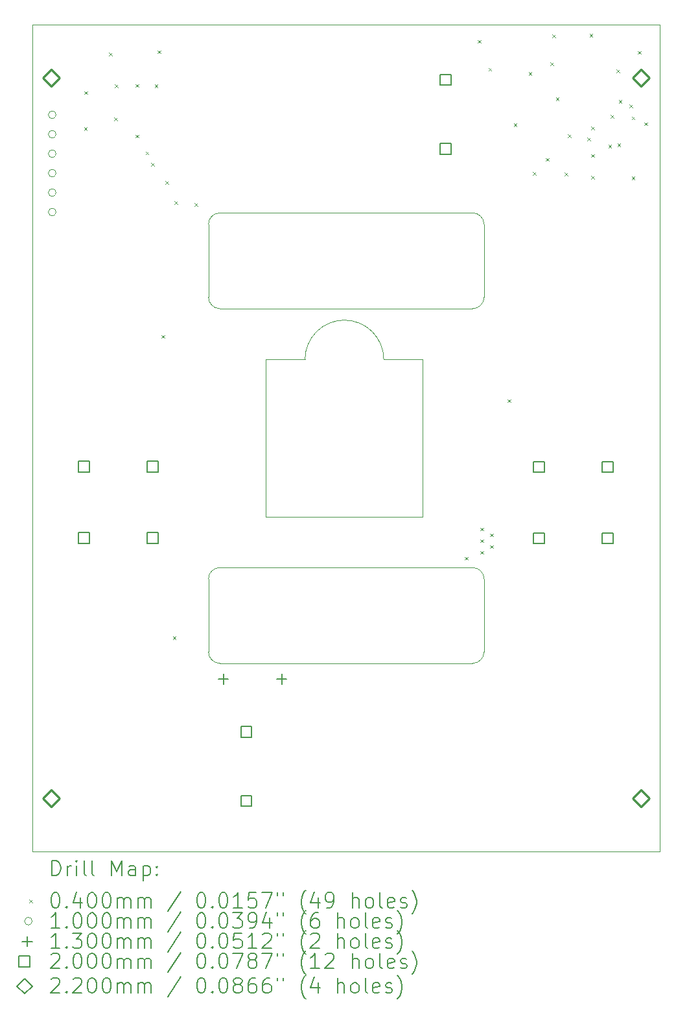
<source format=gbr>
%FSLAX45Y45*%
G04 Gerber Fmt 4.5, Leading zero omitted, Abs format (unit mm)*
G04 Created by KiCad (PCBNEW (6.0.5)) date 2023-01-23 16:51:18*
%MOMM*%
%LPD*%
G01*
G04 APERTURE LIST*
%TA.AperFunction,Profile*%
%ADD10C,0.050000*%
%TD*%
%TA.AperFunction,Profile*%
%ADD11C,0.100000*%
%TD*%
%ADD12C,0.200000*%
%ADD13C,0.040000*%
%ADD14C,0.100000*%
%ADD15C,0.130000*%
%ADD16C,0.220000*%
G04 APERTURE END LIST*
D10*
X10129200Y-14599800D02*
X18329200Y-14599800D01*
D11*
X13179000Y-10224799D02*
X13179000Y-8174799D01*
D10*
X18329200Y-3799800D02*
X10129200Y-3799800D01*
D11*
X13690000Y-8175000D02*
X13179000Y-8174799D01*
X12428923Y-7359767D02*
G75*
G03*
X12578917Y-7509767I149997J-3D01*
G01*
X15880000Y-12140000D02*
G75*
G03*
X16030000Y-11990000I0J150000D01*
G01*
X12578566Y-10890066D02*
G75*
G03*
X12428566Y-11040066I4J-150004D01*
G01*
D10*
X18329200Y-14599800D02*
X18329200Y-3799800D01*
D11*
X16029917Y-6409767D02*
X16029917Y-7359767D01*
X12429000Y-11990000D02*
G75*
G03*
X12579000Y-12140000I150000J0D01*
G01*
X15879917Y-7509767D02*
G75*
G03*
X16029917Y-7359767I3J149997D01*
G01*
X15229000Y-10224799D02*
X15229000Y-8174799D01*
D10*
X10129200Y-14599800D02*
X10129200Y-3799800D01*
D11*
X15879917Y-6259767D02*
X12578483Y-6259833D01*
X14720000Y-8175000D02*
G75*
G03*
X13690000Y-8175000I-515000J205D01*
G01*
X12428917Y-7359767D02*
X12428483Y-6409833D01*
X14720000Y-8175000D02*
X15229000Y-8174799D01*
X12578483Y-6259833D02*
G75*
G03*
X12428483Y-6409833I-3J-149997D01*
G01*
X16029923Y-6409767D02*
G75*
G03*
X15879917Y-6259767I-150003J-3D01*
G01*
X12579000Y-12140000D02*
X15880000Y-12140000D01*
X16030000Y-11040000D02*
G75*
G03*
X15880000Y-10890000I-150000J0D01*
G01*
X13179000Y-10224799D02*
X15229000Y-10224799D01*
X12429000Y-11990000D02*
X12428566Y-11040066D01*
X12578917Y-7509767D02*
X15879917Y-7509767D01*
X15880000Y-10890000D02*
X12578566Y-10890066D01*
X16030000Y-11040000D02*
X16030000Y-11990000D01*
D12*
D13*
X10802800Y-5138800D02*
X10842800Y-5178800D01*
X10842800Y-5138800D02*
X10802800Y-5178800D01*
X10805700Y-4671400D02*
X10845700Y-4711400D01*
X10845700Y-4671400D02*
X10805700Y-4711400D01*
X11130300Y-4168800D02*
X11170300Y-4208800D01*
X11170300Y-4168800D02*
X11130300Y-4208800D01*
X11195300Y-5011300D02*
X11235300Y-5051300D01*
X11235300Y-5011300D02*
X11195300Y-5051300D01*
X11205700Y-4583000D02*
X11245700Y-4623000D01*
X11245700Y-4583000D02*
X11205700Y-4623000D01*
X11477300Y-5239500D02*
X11517300Y-5279500D01*
X11517300Y-5239500D02*
X11477300Y-5279500D01*
X11477450Y-4579250D02*
X11517450Y-4619250D01*
X11517450Y-4579250D02*
X11477450Y-4619250D01*
X11607800Y-5458800D02*
X11647800Y-5498800D01*
X11647800Y-5458800D02*
X11607800Y-5498800D01*
X11680300Y-5606300D02*
X11720300Y-5646300D01*
X11720300Y-5606300D02*
X11680300Y-5646300D01*
X11725700Y-4582000D02*
X11765700Y-4622000D01*
X11765700Y-4582000D02*
X11725700Y-4622000D01*
X11765300Y-4138800D02*
X11805300Y-4178800D01*
X11805300Y-4138800D02*
X11765300Y-4178800D01*
X11816400Y-7854000D02*
X11856400Y-7894000D01*
X11856400Y-7854000D02*
X11816400Y-7894000D01*
X11867800Y-5846300D02*
X11907800Y-5886300D01*
X11907800Y-5846300D02*
X11867800Y-5886300D01*
X11963100Y-11785300D02*
X12003100Y-11825300D01*
X12003100Y-11785300D02*
X11963100Y-11825300D01*
X11982800Y-6108800D02*
X12022800Y-6148800D01*
X12022800Y-6108800D02*
X11982800Y-6148800D01*
X12247800Y-6128800D02*
X12287800Y-6168800D01*
X12287800Y-6128800D02*
X12247800Y-6168800D01*
X15778800Y-10749600D02*
X15818800Y-10789600D01*
X15818800Y-10749600D02*
X15778800Y-10789600D01*
X15944400Y-4003100D02*
X15984400Y-4043100D01*
X15984400Y-4003100D02*
X15944400Y-4043100D01*
X15982000Y-10368600D02*
X16022000Y-10408600D01*
X16022000Y-10368600D02*
X15982000Y-10408600D01*
X15982000Y-10521000D02*
X16022000Y-10561000D01*
X16022000Y-10521000D02*
X15982000Y-10561000D01*
X15982000Y-10673400D02*
X16022000Y-10713400D01*
X16022000Y-10673400D02*
X15982000Y-10713400D01*
X16086900Y-4365600D02*
X16126900Y-4405600D01*
X16126900Y-4365600D02*
X16086900Y-4405600D01*
X16109000Y-10444800D02*
X16149000Y-10484800D01*
X16149000Y-10444800D02*
X16109000Y-10484800D01*
X16109000Y-10597200D02*
X16149000Y-10637200D01*
X16149000Y-10597200D02*
X16109000Y-10637200D01*
X16337600Y-8692200D02*
X16377600Y-8732200D01*
X16377600Y-8692200D02*
X16337600Y-8732200D01*
X16417600Y-5089200D02*
X16457600Y-5129200D01*
X16457600Y-5089200D02*
X16417600Y-5129200D01*
X16611900Y-4420600D02*
X16651900Y-4460600D01*
X16651900Y-4420600D02*
X16611900Y-4460600D01*
X16665600Y-5727300D02*
X16705600Y-5767300D01*
X16705600Y-5727300D02*
X16665600Y-5767300D01*
X16837800Y-5543400D02*
X16877800Y-5583400D01*
X16877800Y-5543400D02*
X16837800Y-5583400D01*
X16894400Y-4295600D02*
X16934400Y-4335600D01*
X16934400Y-4295600D02*
X16894400Y-4335600D01*
X16919400Y-3933100D02*
X16959400Y-3973100D01*
X16959400Y-3933100D02*
X16919400Y-3973100D01*
X16968100Y-4749800D02*
X17008100Y-4789800D01*
X17008100Y-4749800D02*
X16968100Y-4789800D01*
X17084600Y-5735800D02*
X17124600Y-5775800D01*
X17124600Y-5735800D02*
X17084600Y-5775800D01*
X17123600Y-5232800D02*
X17163600Y-5272800D01*
X17163600Y-5232800D02*
X17123600Y-5272800D01*
X17378100Y-5277300D02*
X17418100Y-5317300D01*
X17418100Y-5277300D02*
X17378100Y-5317300D01*
X17408150Y-3920600D02*
X17448150Y-3960600D01*
X17448150Y-3920600D02*
X17408150Y-3960600D01*
X17428100Y-5492300D02*
X17468100Y-5532300D01*
X17468100Y-5492300D02*
X17428100Y-5532300D01*
X17428100Y-5777300D02*
X17468100Y-5817300D01*
X17468100Y-5777300D02*
X17428100Y-5817300D01*
X17430600Y-5134800D02*
X17470600Y-5174800D01*
X17470600Y-5134800D02*
X17430600Y-5174800D01*
X17653100Y-5367300D02*
X17693100Y-5407300D01*
X17693100Y-5367300D02*
X17653100Y-5407300D01*
X17683600Y-4982800D02*
X17723600Y-5022800D01*
X17723600Y-4982800D02*
X17683600Y-5022800D01*
X17758100Y-4384800D02*
X17798100Y-4424800D01*
X17798100Y-4384800D02*
X17758100Y-4424800D01*
X17772600Y-5349800D02*
X17812600Y-5389800D01*
X17812600Y-5349800D02*
X17772600Y-5389800D01*
X17788100Y-4784800D02*
X17828100Y-4824800D01*
X17828100Y-4784800D02*
X17788100Y-4824800D01*
X17930600Y-4847300D02*
X17970600Y-4887300D01*
X17970600Y-4847300D02*
X17930600Y-4887300D01*
X17957800Y-5002000D02*
X17997800Y-5042000D01*
X17997800Y-5002000D02*
X17957800Y-5042000D01*
X17958100Y-5787300D02*
X17998100Y-5827300D01*
X17998100Y-5787300D02*
X17958100Y-5827300D01*
X18039400Y-4145600D02*
X18079400Y-4185600D01*
X18079400Y-4145600D02*
X18039400Y-4185600D01*
X18123100Y-5077300D02*
X18163100Y-5117300D01*
X18163100Y-5077300D02*
X18123100Y-5117300D01*
D14*
X10438600Y-4978400D02*
G75*
G03*
X10438600Y-4978400I-50000J0D01*
G01*
X10438600Y-5232400D02*
G75*
G03*
X10438600Y-5232400I-50000J0D01*
G01*
X10438600Y-5486400D02*
G75*
G03*
X10438600Y-5486400I-50000J0D01*
G01*
X10438600Y-5740400D02*
G75*
G03*
X10438600Y-5740400I-50000J0D01*
G01*
X10438600Y-5994400D02*
G75*
G03*
X10438600Y-5994400I-50000J0D01*
G01*
X10438600Y-6248400D02*
G75*
G03*
X10438600Y-6248400I-50000J0D01*
G01*
D15*
X12623800Y-12279400D02*
X12623800Y-12409400D01*
X12558800Y-12344400D02*
X12688800Y-12344400D01*
X13385800Y-12279400D02*
X13385800Y-12409400D01*
X13320800Y-12344400D02*
X13450800Y-12344400D01*
D12*
X10872911Y-9645911D02*
X10872911Y-9504489D01*
X10731489Y-9504489D01*
X10731489Y-9645911D01*
X10872911Y-9645911D01*
X10872911Y-10576511D02*
X10872911Y-10435089D01*
X10731489Y-10435089D01*
X10731489Y-10576511D01*
X10872911Y-10576511D01*
X11772911Y-9645911D02*
X11772911Y-9504489D01*
X11631489Y-9504489D01*
X11631489Y-9645911D01*
X11772911Y-9645911D01*
X11772911Y-10576511D02*
X11772911Y-10435089D01*
X11631489Y-10435089D01*
X11631489Y-10576511D01*
X11772911Y-10576511D01*
X12994711Y-13108111D02*
X12994711Y-12966689D01*
X12853289Y-12966689D01*
X12853289Y-13108111D01*
X12994711Y-13108111D01*
X12994711Y-14008111D02*
X12994711Y-13866689D01*
X12853289Y-13866689D01*
X12853289Y-14008111D01*
X12994711Y-14008111D01*
X15596711Y-4591711D02*
X15596711Y-4450289D01*
X15455289Y-4450289D01*
X15455289Y-4591711D01*
X15596711Y-4591711D01*
X15596711Y-5491711D02*
X15596711Y-5350289D01*
X15455289Y-5350289D01*
X15455289Y-5491711D01*
X15596711Y-5491711D01*
X16816511Y-9646511D02*
X16816511Y-9505089D01*
X16675089Y-9505089D01*
X16675089Y-9646511D01*
X16816511Y-9646511D01*
X16816511Y-10577311D02*
X16816511Y-10435889D01*
X16675089Y-10435889D01*
X16675089Y-10577311D01*
X16816511Y-10577311D01*
X17716511Y-9646511D02*
X17716511Y-9505089D01*
X17575089Y-9505089D01*
X17575089Y-9646511D01*
X17716511Y-9646511D01*
X17716511Y-10577311D02*
X17716511Y-10435889D01*
X17575089Y-10435889D01*
X17575089Y-10577311D01*
X17716511Y-10577311D01*
D16*
X10379200Y-4609800D02*
X10489200Y-4499800D01*
X10379200Y-4389800D01*
X10269200Y-4499800D01*
X10379200Y-4609800D01*
X10379200Y-14009800D02*
X10489200Y-13899800D01*
X10379200Y-13789800D01*
X10269200Y-13899800D01*
X10379200Y-14009800D01*
X18079200Y-4609800D02*
X18189200Y-4499800D01*
X18079200Y-4389800D01*
X17969200Y-4499800D01*
X18079200Y-4609800D01*
X18079200Y-14009800D02*
X18189200Y-13899800D01*
X18079200Y-13789800D01*
X17969200Y-13899800D01*
X18079200Y-14009800D01*
D12*
X10384319Y-14912776D02*
X10384319Y-14712776D01*
X10431938Y-14712776D01*
X10460510Y-14722300D01*
X10479557Y-14741347D01*
X10489081Y-14760395D01*
X10498605Y-14798490D01*
X10498605Y-14827062D01*
X10489081Y-14865157D01*
X10479557Y-14884204D01*
X10460510Y-14903252D01*
X10431938Y-14912776D01*
X10384319Y-14912776D01*
X10584319Y-14912776D02*
X10584319Y-14779442D01*
X10584319Y-14817538D02*
X10593843Y-14798490D01*
X10603367Y-14788966D01*
X10622414Y-14779442D01*
X10641462Y-14779442D01*
X10708129Y-14912776D02*
X10708129Y-14779442D01*
X10708129Y-14712776D02*
X10698605Y-14722300D01*
X10708129Y-14731823D01*
X10717652Y-14722300D01*
X10708129Y-14712776D01*
X10708129Y-14731823D01*
X10831938Y-14912776D02*
X10812890Y-14903252D01*
X10803367Y-14884204D01*
X10803367Y-14712776D01*
X10936700Y-14912776D02*
X10917652Y-14903252D01*
X10908129Y-14884204D01*
X10908129Y-14712776D01*
X11165271Y-14912776D02*
X11165271Y-14712776D01*
X11231938Y-14855633D01*
X11298605Y-14712776D01*
X11298605Y-14912776D01*
X11479557Y-14912776D02*
X11479557Y-14808014D01*
X11470033Y-14788966D01*
X11450986Y-14779442D01*
X11412890Y-14779442D01*
X11393843Y-14788966D01*
X11479557Y-14903252D02*
X11460509Y-14912776D01*
X11412890Y-14912776D01*
X11393843Y-14903252D01*
X11384319Y-14884204D01*
X11384319Y-14865157D01*
X11393843Y-14846109D01*
X11412890Y-14836585D01*
X11460509Y-14836585D01*
X11479557Y-14827062D01*
X11574795Y-14779442D02*
X11574795Y-14979442D01*
X11574795Y-14788966D02*
X11593843Y-14779442D01*
X11631938Y-14779442D01*
X11650986Y-14788966D01*
X11660509Y-14798490D01*
X11670033Y-14817538D01*
X11670033Y-14874681D01*
X11660509Y-14893728D01*
X11650986Y-14903252D01*
X11631938Y-14912776D01*
X11593843Y-14912776D01*
X11574795Y-14903252D01*
X11755748Y-14893728D02*
X11765271Y-14903252D01*
X11755748Y-14912776D01*
X11746224Y-14903252D01*
X11755748Y-14893728D01*
X11755748Y-14912776D01*
X11755748Y-14788966D02*
X11765271Y-14798490D01*
X11755748Y-14808014D01*
X11746224Y-14798490D01*
X11755748Y-14788966D01*
X11755748Y-14808014D01*
D13*
X10086700Y-15222300D02*
X10126700Y-15262300D01*
X10126700Y-15222300D02*
X10086700Y-15262300D01*
D12*
X10422414Y-15132776D02*
X10441462Y-15132776D01*
X10460510Y-15142300D01*
X10470033Y-15151823D01*
X10479557Y-15170871D01*
X10489081Y-15208966D01*
X10489081Y-15256585D01*
X10479557Y-15294681D01*
X10470033Y-15313728D01*
X10460510Y-15323252D01*
X10441462Y-15332776D01*
X10422414Y-15332776D01*
X10403367Y-15323252D01*
X10393843Y-15313728D01*
X10384319Y-15294681D01*
X10374795Y-15256585D01*
X10374795Y-15208966D01*
X10384319Y-15170871D01*
X10393843Y-15151823D01*
X10403367Y-15142300D01*
X10422414Y-15132776D01*
X10574795Y-15313728D02*
X10584319Y-15323252D01*
X10574795Y-15332776D01*
X10565271Y-15323252D01*
X10574795Y-15313728D01*
X10574795Y-15332776D01*
X10755748Y-15199442D02*
X10755748Y-15332776D01*
X10708129Y-15123252D02*
X10660510Y-15266109D01*
X10784319Y-15266109D01*
X10898605Y-15132776D02*
X10917652Y-15132776D01*
X10936700Y-15142300D01*
X10946224Y-15151823D01*
X10955748Y-15170871D01*
X10965271Y-15208966D01*
X10965271Y-15256585D01*
X10955748Y-15294681D01*
X10946224Y-15313728D01*
X10936700Y-15323252D01*
X10917652Y-15332776D01*
X10898605Y-15332776D01*
X10879557Y-15323252D01*
X10870033Y-15313728D01*
X10860510Y-15294681D01*
X10850986Y-15256585D01*
X10850986Y-15208966D01*
X10860510Y-15170871D01*
X10870033Y-15151823D01*
X10879557Y-15142300D01*
X10898605Y-15132776D01*
X11089081Y-15132776D02*
X11108129Y-15132776D01*
X11127176Y-15142300D01*
X11136700Y-15151823D01*
X11146224Y-15170871D01*
X11155748Y-15208966D01*
X11155748Y-15256585D01*
X11146224Y-15294681D01*
X11136700Y-15313728D01*
X11127176Y-15323252D01*
X11108129Y-15332776D01*
X11089081Y-15332776D01*
X11070033Y-15323252D01*
X11060510Y-15313728D01*
X11050986Y-15294681D01*
X11041462Y-15256585D01*
X11041462Y-15208966D01*
X11050986Y-15170871D01*
X11060510Y-15151823D01*
X11070033Y-15142300D01*
X11089081Y-15132776D01*
X11241462Y-15332776D02*
X11241462Y-15199442D01*
X11241462Y-15218490D02*
X11250986Y-15208966D01*
X11270033Y-15199442D01*
X11298605Y-15199442D01*
X11317652Y-15208966D01*
X11327176Y-15228014D01*
X11327176Y-15332776D01*
X11327176Y-15228014D02*
X11336700Y-15208966D01*
X11355748Y-15199442D01*
X11384319Y-15199442D01*
X11403367Y-15208966D01*
X11412890Y-15228014D01*
X11412890Y-15332776D01*
X11508128Y-15332776D02*
X11508128Y-15199442D01*
X11508128Y-15218490D02*
X11517652Y-15208966D01*
X11536700Y-15199442D01*
X11565271Y-15199442D01*
X11584319Y-15208966D01*
X11593843Y-15228014D01*
X11593843Y-15332776D01*
X11593843Y-15228014D02*
X11603367Y-15208966D01*
X11622414Y-15199442D01*
X11650986Y-15199442D01*
X11670033Y-15208966D01*
X11679557Y-15228014D01*
X11679557Y-15332776D01*
X12070033Y-15123252D02*
X11898605Y-15380395D01*
X12327176Y-15132776D02*
X12346224Y-15132776D01*
X12365271Y-15142300D01*
X12374795Y-15151823D01*
X12384319Y-15170871D01*
X12393843Y-15208966D01*
X12393843Y-15256585D01*
X12384319Y-15294681D01*
X12374795Y-15313728D01*
X12365271Y-15323252D01*
X12346224Y-15332776D01*
X12327176Y-15332776D01*
X12308128Y-15323252D01*
X12298605Y-15313728D01*
X12289081Y-15294681D01*
X12279557Y-15256585D01*
X12279557Y-15208966D01*
X12289081Y-15170871D01*
X12298605Y-15151823D01*
X12308128Y-15142300D01*
X12327176Y-15132776D01*
X12479557Y-15313728D02*
X12489081Y-15323252D01*
X12479557Y-15332776D01*
X12470033Y-15323252D01*
X12479557Y-15313728D01*
X12479557Y-15332776D01*
X12612890Y-15132776D02*
X12631938Y-15132776D01*
X12650986Y-15142300D01*
X12660509Y-15151823D01*
X12670033Y-15170871D01*
X12679557Y-15208966D01*
X12679557Y-15256585D01*
X12670033Y-15294681D01*
X12660509Y-15313728D01*
X12650986Y-15323252D01*
X12631938Y-15332776D01*
X12612890Y-15332776D01*
X12593843Y-15323252D01*
X12584319Y-15313728D01*
X12574795Y-15294681D01*
X12565271Y-15256585D01*
X12565271Y-15208966D01*
X12574795Y-15170871D01*
X12584319Y-15151823D01*
X12593843Y-15142300D01*
X12612890Y-15132776D01*
X12870033Y-15332776D02*
X12755748Y-15332776D01*
X12812890Y-15332776D02*
X12812890Y-15132776D01*
X12793843Y-15161347D01*
X12774795Y-15180395D01*
X12755748Y-15189919D01*
X13050986Y-15132776D02*
X12955748Y-15132776D01*
X12946224Y-15228014D01*
X12955748Y-15218490D01*
X12974795Y-15208966D01*
X13022414Y-15208966D01*
X13041462Y-15218490D01*
X13050986Y-15228014D01*
X13060509Y-15247062D01*
X13060509Y-15294681D01*
X13050986Y-15313728D01*
X13041462Y-15323252D01*
X13022414Y-15332776D01*
X12974795Y-15332776D01*
X12955748Y-15323252D01*
X12946224Y-15313728D01*
X13127176Y-15132776D02*
X13260509Y-15132776D01*
X13174795Y-15332776D01*
X13327176Y-15132776D02*
X13327176Y-15170871D01*
X13403367Y-15132776D02*
X13403367Y-15170871D01*
X13698605Y-15408966D02*
X13689081Y-15399442D01*
X13670033Y-15370871D01*
X13660509Y-15351823D01*
X13650986Y-15323252D01*
X13641462Y-15275633D01*
X13641462Y-15237538D01*
X13650986Y-15189919D01*
X13660509Y-15161347D01*
X13670033Y-15142300D01*
X13689081Y-15113728D01*
X13698605Y-15104204D01*
X13860509Y-15199442D02*
X13860509Y-15332776D01*
X13812890Y-15123252D02*
X13765271Y-15266109D01*
X13889081Y-15266109D01*
X13974795Y-15332776D02*
X14012890Y-15332776D01*
X14031938Y-15323252D01*
X14041462Y-15313728D01*
X14060509Y-15285157D01*
X14070033Y-15247062D01*
X14070033Y-15170871D01*
X14060509Y-15151823D01*
X14050986Y-15142300D01*
X14031938Y-15132776D01*
X13993843Y-15132776D01*
X13974795Y-15142300D01*
X13965271Y-15151823D01*
X13955748Y-15170871D01*
X13955748Y-15218490D01*
X13965271Y-15237538D01*
X13974795Y-15247062D01*
X13993843Y-15256585D01*
X14031938Y-15256585D01*
X14050986Y-15247062D01*
X14060509Y-15237538D01*
X14070033Y-15218490D01*
X14308128Y-15332776D02*
X14308128Y-15132776D01*
X14393843Y-15332776D02*
X14393843Y-15228014D01*
X14384319Y-15208966D01*
X14365271Y-15199442D01*
X14336700Y-15199442D01*
X14317652Y-15208966D01*
X14308128Y-15218490D01*
X14517652Y-15332776D02*
X14498605Y-15323252D01*
X14489081Y-15313728D01*
X14479557Y-15294681D01*
X14479557Y-15237538D01*
X14489081Y-15218490D01*
X14498605Y-15208966D01*
X14517652Y-15199442D01*
X14546224Y-15199442D01*
X14565271Y-15208966D01*
X14574795Y-15218490D01*
X14584319Y-15237538D01*
X14584319Y-15294681D01*
X14574795Y-15313728D01*
X14565271Y-15323252D01*
X14546224Y-15332776D01*
X14517652Y-15332776D01*
X14698605Y-15332776D02*
X14679557Y-15323252D01*
X14670033Y-15304204D01*
X14670033Y-15132776D01*
X14850986Y-15323252D02*
X14831938Y-15332776D01*
X14793843Y-15332776D01*
X14774795Y-15323252D01*
X14765271Y-15304204D01*
X14765271Y-15228014D01*
X14774795Y-15208966D01*
X14793843Y-15199442D01*
X14831938Y-15199442D01*
X14850986Y-15208966D01*
X14860509Y-15228014D01*
X14860509Y-15247062D01*
X14765271Y-15266109D01*
X14936700Y-15323252D02*
X14955748Y-15332776D01*
X14993843Y-15332776D01*
X15012890Y-15323252D01*
X15022414Y-15304204D01*
X15022414Y-15294681D01*
X15012890Y-15275633D01*
X14993843Y-15266109D01*
X14965271Y-15266109D01*
X14946224Y-15256585D01*
X14936700Y-15237538D01*
X14936700Y-15228014D01*
X14946224Y-15208966D01*
X14965271Y-15199442D01*
X14993843Y-15199442D01*
X15012890Y-15208966D01*
X15089081Y-15408966D02*
X15098605Y-15399442D01*
X15117652Y-15370871D01*
X15127176Y-15351823D01*
X15136700Y-15323252D01*
X15146224Y-15275633D01*
X15146224Y-15237538D01*
X15136700Y-15189919D01*
X15127176Y-15161347D01*
X15117652Y-15142300D01*
X15098605Y-15113728D01*
X15089081Y-15104204D01*
D14*
X10126700Y-15506300D02*
G75*
G03*
X10126700Y-15506300I-50000J0D01*
G01*
D12*
X10489081Y-15596776D02*
X10374795Y-15596776D01*
X10431938Y-15596776D02*
X10431938Y-15396776D01*
X10412890Y-15425347D01*
X10393843Y-15444395D01*
X10374795Y-15453919D01*
X10574795Y-15577728D02*
X10584319Y-15587252D01*
X10574795Y-15596776D01*
X10565271Y-15587252D01*
X10574795Y-15577728D01*
X10574795Y-15596776D01*
X10708129Y-15396776D02*
X10727176Y-15396776D01*
X10746224Y-15406300D01*
X10755748Y-15415823D01*
X10765271Y-15434871D01*
X10774795Y-15472966D01*
X10774795Y-15520585D01*
X10765271Y-15558681D01*
X10755748Y-15577728D01*
X10746224Y-15587252D01*
X10727176Y-15596776D01*
X10708129Y-15596776D01*
X10689081Y-15587252D01*
X10679557Y-15577728D01*
X10670033Y-15558681D01*
X10660510Y-15520585D01*
X10660510Y-15472966D01*
X10670033Y-15434871D01*
X10679557Y-15415823D01*
X10689081Y-15406300D01*
X10708129Y-15396776D01*
X10898605Y-15396776D02*
X10917652Y-15396776D01*
X10936700Y-15406300D01*
X10946224Y-15415823D01*
X10955748Y-15434871D01*
X10965271Y-15472966D01*
X10965271Y-15520585D01*
X10955748Y-15558681D01*
X10946224Y-15577728D01*
X10936700Y-15587252D01*
X10917652Y-15596776D01*
X10898605Y-15596776D01*
X10879557Y-15587252D01*
X10870033Y-15577728D01*
X10860510Y-15558681D01*
X10850986Y-15520585D01*
X10850986Y-15472966D01*
X10860510Y-15434871D01*
X10870033Y-15415823D01*
X10879557Y-15406300D01*
X10898605Y-15396776D01*
X11089081Y-15396776D02*
X11108129Y-15396776D01*
X11127176Y-15406300D01*
X11136700Y-15415823D01*
X11146224Y-15434871D01*
X11155748Y-15472966D01*
X11155748Y-15520585D01*
X11146224Y-15558681D01*
X11136700Y-15577728D01*
X11127176Y-15587252D01*
X11108129Y-15596776D01*
X11089081Y-15596776D01*
X11070033Y-15587252D01*
X11060510Y-15577728D01*
X11050986Y-15558681D01*
X11041462Y-15520585D01*
X11041462Y-15472966D01*
X11050986Y-15434871D01*
X11060510Y-15415823D01*
X11070033Y-15406300D01*
X11089081Y-15396776D01*
X11241462Y-15596776D02*
X11241462Y-15463442D01*
X11241462Y-15482490D02*
X11250986Y-15472966D01*
X11270033Y-15463442D01*
X11298605Y-15463442D01*
X11317652Y-15472966D01*
X11327176Y-15492014D01*
X11327176Y-15596776D01*
X11327176Y-15492014D02*
X11336700Y-15472966D01*
X11355748Y-15463442D01*
X11384319Y-15463442D01*
X11403367Y-15472966D01*
X11412890Y-15492014D01*
X11412890Y-15596776D01*
X11508128Y-15596776D02*
X11508128Y-15463442D01*
X11508128Y-15482490D02*
X11517652Y-15472966D01*
X11536700Y-15463442D01*
X11565271Y-15463442D01*
X11584319Y-15472966D01*
X11593843Y-15492014D01*
X11593843Y-15596776D01*
X11593843Y-15492014D02*
X11603367Y-15472966D01*
X11622414Y-15463442D01*
X11650986Y-15463442D01*
X11670033Y-15472966D01*
X11679557Y-15492014D01*
X11679557Y-15596776D01*
X12070033Y-15387252D02*
X11898605Y-15644395D01*
X12327176Y-15396776D02*
X12346224Y-15396776D01*
X12365271Y-15406300D01*
X12374795Y-15415823D01*
X12384319Y-15434871D01*
X12393843Y-15472966D01*
X12393843Y-15520585D01*
X12384319Y-15558681D01*
X12374795Y-15577728D01*
X12365271Y-15587252D01*
X12346224Y-15596776D01*
X12327176Y-15596776D01*
X12308128Y-15587252D01*
X12298605Y-15577728D01*
X12289081Y-15558681D01*
X12279557Y-15520585D01*
X12279557Y-15472966D01*
X12289081Y-15434871D01*
X12298605Y-15415823D01*
X12308128Y-15406300D01*
X12327176Y-15396776D01*
X12479557Y-15577728D02*
X12489081Y-15587252D01*
X12479557Y-15596776D01*
X12470033Y-15587252D01*
X12479557Y-15577728D01*
X12479557Y-15596776D01*
X12612890Y-15396776D02*
X12631938Y-15396776D01*
X12650986Y-15406300D01*
X12660509Y-15415823D01*
X12670033Y-15434871D01*
X12679557Y-15472966D01*
X12679557Y-15520585D01*
X12670033Y-15558681D01*
X12660509Y-15577728D01*
X12650986Y-15587252D01*
X12631938Y-15596776D01*
X12612890Y-15596776D01*
X12593843Y-15587252D01*
X12584319Y-15577728D01*
X12574795Y-15558681D01*
X12565271Y-15520585D01*
X12565271Y-15472966D01*
X12574795Y-15434871D01*
X12584319Y-15415823D01*
X12593843Y-15406300D01*
X12612890Y-15396776D01*
X12746224Y-15396776D02*
X12870033Y-15396776D01*
X12803367Y-15472966D01*
X12831938Y-15472966D01*
X12850986Y-15482490D01*
X12860509Y-15492014D01*
X12870033Y-15511062D01*
X12870033Y-15558681D01*
X12860509Y-15577728D01*
X12850986Y-15587252D01*
X12831938Y-15596776D01*
X12774795Y-15596776D01*
X12755748Y-15587252D01*
X12746224Y-15577728D01*
X12965271Y-15596776D02*
X13003367Y-15596776D01*
X13022414Y-15587252D01*
X13031938Y-15577728D01*
X13050986Y-15549157D01*
X13060509Y-15511062D01*
X13060509Y-15434871D01*
X13050986Y-15415823D01*
X13041462Y-15406300D01*
X13022414Y-15396776D01*
X12984319Y-15396776D01*
X12965271Y-15406300D01*
X12955748Y-15415823D01*
X12946224Y-15434871D01*
X12946224Y-15482490D01*
X12955748Y-15501538D01*
X12965271Y-15511062D01*
X12984319Y-15520585D01*
X13022414Y-15520585D01*
X13041462Y-15511062D01*
X13050986Y-15501538D01*
X13060509Y-15482490D01*
X13231938Y-15463442D02*
X13231938Y-15596776D01*
X13184319Y-15387252D02*
X13136700Y-15530109D01*
X13260509Y-15530109D01*
X13327176Y-15396776D02*
X13327176Y-15434871D01*
X13403367Y-15396776D02*
X13403367Y-15434871D01*
X13698605Y-15672966D02*
X13689081Y-15663442D01*
X13670033Y-15634871D01*
X13660509Y-15615823D01*
X13650986Y-15587252D01*
X13641462Y-15539633D01*
X13641462Y-15501538D01*
X13650986Y-15453919D01*
X13660509Y-15425347D01*
X13670033Y-15406300D01*
X13689081Y-15377728D01*
X13698605Y-15368204D01*
X13860509Y-15396776D02*
X13822414Y-15396776D01*
X13803367Y-15406300D01*
X13793843Y-15415823D01*
X13774795Y-15444395D01*
X13765271Y-15482490D01*
X13765271Y-15558681D01*
X13774795Y-15577728D01*
X13784319Y-15587252D01*
X13803367Y-15596776D01*
X13841462Y-15596776D01*
X13860509Y-15587252D01*
X13870033Y-15577728D01*
X13879557Y-15558681D01*
X13879557Y-15511062D01*
X13870033Y-15492014D01*
X13860509Y-15482490D01*
X13841462Y-15472966D01*
X13803367Y-15472966D01*
X13784319Y-15482490D01*
X13774795Y-15492014D01*
X13765271Y-15511062D01*
X14117652Y-15596776D02*
X14117652Y-15396776D01*
X14203367Y-15596776D02*
X14203367Y-15492014D01*
X14193843Y-15472966D01*
X14174795Y-15463442D01*
X14146224Y-15463442D01*
X14127176Y-15472966D01*
X14117652Y-15482490D01*
X14327176Y-15596776D02*
X14308128Y-15587252D01*
X14298605Y-15577728D01*
X14289081Y-15558681D01*
X14289081Y-15501538D01*
X14298605Y-15482490D01*
X14308128Y-15472966D01*
X14327176Y-15463442D01*
X14355748Y-15463442D01*
X14374795Y-15472966D01*
X14384319Y-15482490D01*
X14393843Y-15501538D01*
X14393843Y-15558681D01*
X14384319Y-15577728D01*
X14374795Y-15587252D01*
X14355748Y-15596776D01*
X14327176Y-15596776D01*
X14508128Y-15596776D02*
X14489081Y-15587252D01*
X14479557Y-15568204D01*
X14479557Y-15396776D01*
X14660509Y-15587252D02*
X14641462Y-15596776D01*
X14603367Y-15596776D01*
X14584319Y-15587252D01*
X14574795Y-15568204D01*
X14574795Y-15492014D01*
X14584319Y-15472966D01*
X14603367Y-15463442D01*
X14641462Y-15463442D01*
X14660509Y-15472966D01*
X14670033Y-15492014D01*
X14670033Y-15511062D01*
X14574795Y-15530109D01*
X14746224Y-15587252D02*
X14765271Y-15596776D01*
X14803367Y-15596776D01*
X14822414Y-15587252D01*
X14831938Y-15568204D01*
X14831938Y-15558681D01*
X14822414Y-15539633D01*
X14803367Y-15530109D01*
X14774795Y-15530109D01*
X14755748Y-15520585D01*
X14746224Y-15501538D01*
X14746224Y-15492014D01*
X14755748Y-15472966D01*
X14774795Y-15463442D01*
X14803367Y-15463442D01*
X14822414Y-15472966D01*
X14898605Y-15672966D02*
X14908128Y-15663442D01*
X14927176Y-15634871D01*
X14936700Y-15615823D01*
X14946224Y-15587252D01*
X14955748Y-15539633D01*
X14955748Y-15501538D01*
X14946224Y-15453919D01*
X14936700Y-15425347D01*
X14927176Y-15406300D01*
X14908128Y-15377728D01*
X14898605Y-15368204D01*
D15*
X10061700Y-15705300D02*
X10061700Y-15835300D01*
X9996700Y-15770300D02*
X10126700Y-15770300D01*
D12*
X10489081Y-15860776D02*
X10374795Y-15860776D01*
X10431938Y-15860776D02*
X10431938Y-15660776D01*
X10412890Y-15689347D01*
X10393843Y-15708395D01*
X10374795Y-15717919D01*
X10574795Y-15841728D02*
X10584319Y-15851252D01*
X10574795Y-15860776D01*
X10565271Y-15851252D01*
X10574795Y-15841728D01*
X10574795Y-15860776D01*
X10650986Y-15660776D02*
X10774795Y-15660776D01*
X10708129Y-15736966D01*
X10736700Y-15736966D01*
X10755748Y-15746490D01*
X10765271Y-15756014D01*
X10774795Y-15775062D01*
X10774795Y-15822681D01*
X10765271Y-15841728D01*
X10755748Y-15851252D01*
X10736700Y-15860776D01*
X10679557Y-15860776D01*
X10660510Y-15851252D01*
X10650986Y-15841728D01*
X10898605Y-15660776D02*
X10917652Y-15660776D01*
X10936700Y-15670300D01*
X10946224Y-15679823D01*
X10955748Y-15698871D01*
X10965271Y-15736966D01*
X10965271Y-15784585D01*
X10955748Y-15822681D01*
X10946224Y-15841728D01*
X10936700Y-15851252D01*
X10917652Y-15860776D01*
X10898605Y-15860776D01*
X10879557Y-15851252D01*
X10870033Y-15841728D01*
X10860510Y-15822681D01*
X10850986Y-15784585D01*
X10850986Y-15736966D01*
X10860510Y-15698871D01*
X10870033Y-15679823D01*
X10879557Y-15670300D01*
X10898605Y-15660776D01*
X11089081Y-15660776D02*
X11108129Y-15660776D01*
X11127176Y-15670300D01*
X11136700Y-15679823D01*
X11146224Y-15698871D01*
X11155748Y-15736966D01*
X11155748Y-15784585D01*
X11146224Y-15822681D01*
X11136700Y-15841728D01*
X11127176Y-15851252D01*
X11108129Y-15860776D01*
X11089081Y-15860776D01*
X11070033Y-15851252D01*
X11060510Y-15841728D01*
X11050986Y-15822681D01*
X11041462Y-15784585D01*
X11041462Y-15736966D01*
X11050986Y-15698871D01*
X11060510Y-15679823D01*
X11070033Y-15670300D01*
X11089081Y-15660776D01*
X11241462Y-15860776D02*
X11241462Y-15727442D01*
X11241462Y-15746490D02*
X11250986Y-15736966D01*
X11270033Y-15727442D01*
X11298605Y-15727442D01*
X11317652Y-15736966D01*
X11327176Y-15756014D01*
X11327176Y-15860776D01*
X11327176Y-15756014D02*
X11336700Y-15736966D01*
X11355748Y-15727442D01*
X11384319Y-15727442D01*
X11403367Y-15736966D01*
X11412890Y-15756014D01*
X11412890Y-15860776D01*
X11508128Y-15860776D02*
X11508128Y-15727442D01*
X11508128Y-15746490D02*
X11517652Y-15736966D01*
X11536700Y-15727442D01*
X11565271Y-15727442D01*
X11584319Y-15736966D01*
X11593843Y-15756014D01*
X11593843Y-15860776D01*
X11593843Y-15756014D02*
X11603367Y-15736966D01*
X11622414Y-15727442D01*
X11650986Y-15727442D01*
X11670033Y-15736966D01*
X11679557Y-15756014D01*
X11679557Y-15860776D01*
X12070033Y-15651252D02*
X11898605Y-15908395D01*
X12327176Y-15660776D02*
X12346224Y-15660776D01*
X12365271Y-15670300D01*
X12374795Y-15679823D01*
X12384319Y-15698871D01*
X12393843Y-15736966D01*
X12393843Y-15784585D01*
X12384319Y-15822681D01*
X12374795Y-15841728D01*
X12365271Y-15851252D01*
X12346224Y-15860776D01*
X12327176Y-15860776D01*
X12308128Y-15851252D01*
X12298605Y-15841728D01*
X12289081Y-15822681D01*
X12279557Y-15784585D01*
X12279557Y-15736966D01*
X12289081Y-15698871D01*
X12298605Y-15679823D01*
X12308128Y-15670300D01*
X12327176Y-15660776D01*
X12479557Y-15841728D02*
X12489081Y-15851252D01*
X12479557Y-15860776D01*
X12470033Y-15851252D01*
X12479557Y-15841728D01*
X12479557Y-15860776D01*
X12612890Y-15660776D02*
X12631938Y-15660776D01*
X12650986Y-15670300D01*
X12660509Y-15679823D01*
X12670033Y-15698871D01*
X12679557Y-15736966D01*
X12679557Y-15784585D01*
X12670033Y-15822681D01*
X12660509Y-15841728D01*
X12650986Y-15851252D01*
X12631938Y-15860776D01*
X12612890Y-15860776D01*
X12593843Y-15851252D01*
X12584319Y-15841728D01*
X12574795Y-15822681D01*
X12565271Y-15784585D01*
X12565271Y-15736966D01*
X12574795Y-15698871D01*
X12584319Y-15679823D01*
X12593843Y-15670300D01*
X12612890Y-15660776D01*
X12860509Y-15660776D02*
X12765271Y-15660776D01*
X12755748Y-15756014D01*
X12765271Y-15746490D01*
X12784319Y-15736966D01*
X12831938Y-15736966D01*
X12850986Y-15746490D01*
X12860509Y-15756014D01*
X12870033Y-15775062D01*
X12870033Y-15822681D01*
X12860509Y-15841728D01*
X12850986Y-15851252D01*
X12831938Y-15860776D01*
X12784319Y-15860776D01*
X12765271Y-15851252D01*
X12755748Y-15841728D01*
X13060509Y-15860776D02*
X12946224Y-15860776D01*
X13003367Y-15860776D02*
X13003367Y-15660776D01*
X12984319Y-15689347D01*
X12965271Y-15708395D01*
X12946224Y-15717919D01*
X13136700Y-15679823D02*
X13146224Y-15670300D01*
X13165271Y-15660776D01*
X13212890Y-15660776D01*
X13231938Y-15670300D01*
X13241462Y-15679823D01*
X13250986Y-15698871D01*
X13250986Y-15717919D01*
X13241462Y-15746490D01*
X13127176Y-15860776D01*
X13250986Y-15860776D01*
X13327176Y-15660776D02*
X13327176Y-15698871D01*
X13403367Y-15660776D02*
X13403367Y-15698871D01*
X13698605Y-15936966D02*
X13689081Y-15927442D01*
X13670033Y-15898871D01*
X13660509Y-15879823D01*
X13650986Y-15851252D01*
X13641462Y-15803633D01*
X13641462Y-15765538D01*
X13650986Y-15717919D01*
X13660509Y-15689347D01*
X13670033Y-15670300D01*
X13689081Y-15641728D01*
X13698605Y-15632204D01*
X13765271Y-15679823D02*
X13774795Y-15670300D01*
X13793843Y-15660776D01*
X13841462Y-15660776D01*
X13860509Y-15670300D01*
X13870033Y-15679823D01*
X13879557Y-15698871D01*
X13879557Y-15717919D01*
X13870033Y-15746490D01*
X13755748Y-15860776D01*
X13879557Y-15860776D01*
X14117652Y-15860776D02*
X14117652Y-15660776D01*
X14203367Y-15860776D02*
X14203367Y-15756014D01*
X14193843Y-15736966D01*
X14174795Y-15727442D01*
X14146224Y-15727442D01*
X14127176Y-15736966D01*
X14117652Y-15746490D01*
X14327176Y-15860776D02*
X14308128Y-15851252D01*
X14298605Y-15841728D01*
X14289081Y-15822681D01*
X14289081Y-15765538D01*
X14298605Y-15746490D01*
X14308128Y-15736966D01*
X14327176Y-15727442D01*
X14355748Y-15727442D01*
X14374795Y-15736966D01*
X14384319Y-15746490D01*
X14393843Y-15765538D01*
X14393843Y-15822681D01*
X14384319Y-15841728D01*
X14374795Y-15851252D01*
X14355748Y-15860776D01*
X14327176Y-15860776D01*
X14508128Y-15860776D02*
X14489081Y-15851252D01*
X14479557Y-15832204D01*
X14479557Y-15660776D01*
X14660509Y-15851252D02*
X14641462Y-15860776D01*
X14603367Y-15860776D01*
X14584319Y-15851252D01*
X14574795Y-15832204D01*
X14574795Y-15756014D01*
X14584319Y-15736966D01*
X14603367Y-15727442D01*
X14641462Y-15727442D01*
X14660509Y-15736966D01*
X14670033Y-15756014D01*
X14670033Y-15775062D01*
X14574795Y-15794109D01*
X14746224Y-15851252D02*
X14765271Y-15860776D01*
X14803367Y-15860776D01*
X14822414Y-15851252D01*
X14831938Y-15832204D01*
X14831938Y-15822681D01*
X14822414Y-15803633D01*
X14803367Y-15794109D01*
X14774795Y-15794109D01*
X14755748Y-15784585D01*
X14746224Y-15765538D01*
X14746224Y-15756014D01*
X14755748Y-15736966D01*
X14774795Y-15727442D01*
X14803367Y-15727442D01*
X14822414Y-15736966D01*
X14898605Y-15936966D02*
X14908128Y-15927442D01*
X14927176Y-15898871D01*
X14936700Y-15879823D01*
X14946224Y-15851252D01*
X14955748Y-15803633D01*
X14955748Y-15765538D01*
X14946224Y-15717919D01*
X14936700Y-15689347D01*
X14927176Y-15670300D01*
X14908128Y-15641728D01*
X14898605Y-15632204D01*
X10097411Y-16105011D02*
X10097411Y-15963588D01*
X9955989Y-15963588D01*
X9955989Y-16105011D01*
X10097411Y-16105011D01*
X10374795Y-15943823D02*
X10384319Y-15934300D01*
X10403367Y-15924776D01*
X10450986Y-15924776D01*
X10470033Y-15934300D01*
X10479557Y-15943823D01*
X10489081Y-15962871D01*
X10489081Y-15981919D01*
X10479557Y-16010490D01*
X10365271Y-16124776D01*
X10489081Y-16124776D01*
X10574795Y-16105728D02*
X10584319Y-16115252D01*
X10574795Y-16124776D01*
X10565271Y-16115252D01*
X10574795Y-16105728D01*
X10574795Y-16124776D01*
X10708129Y-15924776D02*
X10727176Y-15924776D01*
X10746224Y-15934300D01*
X10755748Y-15943823D01*
X10765271Y-15962871D01*
X10774795Y-16000966D01*
X10774795Y-16048585D01*
X10765271Y-16086681D01*
X10755748Y-16105728D01*
X10746224Y-16115252D01*
X10727176Y-16124776D01*
X10708129Y-16124776D01*
X10689081Y-16115252D01*
X10679557Y-16105728D01*
X10670033Y-16086681D01*
X10660510Y-16048585D01*
X10660510Y-16000966D01*
X10670033Y-15962871D01*
X10679557Y-15943823D01*
X10689081Y-15934300D01*
X10708129Y-15924776D01*
X10898605Y-15924776D02*
X10917652Y-15924776D01*
X10936700Y-15934300D01*
X10946224Y-15943823D01*
X10955748Y-15962871D01*
X10965271Y-16000966D01*
X10965271Y-16048585D01*
X10955748Y-16086681D01*
X10946224Y-16105728D01*
X10936700Y-16115252D01*
X10917652Y-16124776D01*
X10898605Y-16124776D01*
X10879557Y-16115252D01*
X10870033Y-16105728D01*
X10860510Y-16086681D01*
X10850986Y-16048585D01*
X10850986Y-16000966D01*
X10860510Y-15962871D01*
X10870033Y-15943823D01*
X10879557Y-15934300D01*
X10898605Y-15924776D01*
X11089081Y-15924776D02*
X11108129Y-15924776D01*
X11127176Y-15934300D01*
X11136700Y-15943823D01*
X11146224Y-15962871D01*
X11155748Y-16000966D01*
X11155748Y-16048585D01*
X11146224Y-16086681D01*
X11136700Y-16105728D01*
X11127176Y-16115252D01*
X11108129Y-16124776D01*
X11089081Y-16124776D01*
X11070033Y-16115252D01*
X11060510Y-16105728D01*
X11050986Y-16086681D01*
X11041462Y-16048585D01*
X11041462Y-16000966D01*
X11050986Y-15962871D01*
X11060510Y-15943823D01*
X11070033Y-15934300D01*
X11089081Y-15924776D01*
X11241462Y-16124776D02*
X11241462Y-15991442D01*
X11241462Y-16010490D02*
X11250986Y-16000966D01*
X11270033Y-15991442D01*
X11298605Y-15991442D01*
X11317652Y-16000966D01*
X11327176Y-16020014D01*
X11327176Y-16124776D01*
X11327176Y-16020014D02*
X11336700Y-16000966D01*
X11355748Y-15991442D01*
X11384319Y-15991442D01*
X11403367Y-16000966D01*
X11412890Y-16020014D01*
X11412890Y-16124776D01*
X11508128Y-16124776D02*
X11508128Y-15991442D01*
X11508128Y-16010490D02*
X11517652Y-16000966D01*
X11536700Y-15991442D01*
X11565271Y-15991442D01*
X11584319Y-16000966D01*
X11593843Y-16020014D01*
X11593843Y-16124776D01*
X11593843Y-16020014D02*
X11603367Y-16000966D01*
X11622414Y-15991442D01*
X11650986Y-15991442D01*
X11670033Y-16000966D01*
X11679557Y-16020014D01*
X11679557Y-16124776D01*
X12070033Y-15915252D02*
X11898605Y-16172395D01*
X12327176Y-15924776D02*
X12346224Y-15924776D01*
X12365271Y-15934300D01*
X12374795Y-15943823D01*
X12384319Y-15962871D01*
X12393843Y-16000966D01*
X12393843Y-16048585D01*
X12384319Y-16086681D01*
X12374795Y-16105728D01*
X12365271Y-16115252D01*
X12346224Y-16124776D01*
X12327176Y-16124776D01*
X12308128Y-16115252D01*
X12298605Y-16105728D01*
X12289081Y-16086681D01*
X12279557Y-16048585D01*
X12279557Y-16000966D01*
X12289081Y-15962871D01*
X12298605Y-15943823D01*
X12308128Y-15934300D01*
X12327176Y-15924776D01*
X12479557Y-16105728D02*
X12489081Y-16115252D01*
X12479557Y-16124776D01*
X12470033Y-16115252D01*
X12479557Y-16105728D01*
X12479557Y-16124776D01*
X12612890Y-15924776D02*
X12631938Y-15924776D01*
X12650986Y-15934300D01*
X12660509Y-15943823D01*
X12670033Y-15962871D01*
X12679557Y-16000966D01*
X12679557Y-16048585D01*
X12670033Y-16086681D01*
X12660509Y-16105728D01*
X12650986Y-16115252D01*
X12631938Y-16124776D01*
X12612890Y-16124776D01*
X12593843Y-16115252D01*
X12584319Y-16105728D01*
X12574795Y-16086681D01*
X12565271Y-16048585D01*
X12565271Y-16000966D01*
X12574795Y-15962871D01*
X12584319Y-15943823D01*
X12593843Y-15934300D01*
X12612890Y-15924776D01*
X12746224Y-15924776D02*
X12879557Y-15924776D01*
X12793843Y-16124776D01*
X12984319Y-16010490D02*
X12965271Y-16000966D01*
X12955748Y-15991442D01*
X12946224Y-15972395D01*
X12946224Y-15962871D01*
X12955748Y-15943823D01*
X12965271Y-15934300D01*
X12984319Y-15924776D01*
X13022414Y-15924776D01*
X13041462Y-15934300D01*
X13050986Y-15943823D01*
X13060509Y-15962871D01*
X13060509Y-15972395D01*
X13050986Y-15991442D01*
X13041462Y-16000966D01*
X13022414Y-16010490D01*
X12984319Y-16010490D01*
X12965271Y-16020014D01*
X12955748Y-16029538D01*
X12946224Y-16048585D01*
X12946224Y-16086681D01*
X12955748Y-16105728D01*
X12965271Y-16115252D01*
X12984319Y-16124776D01*
X13022414Y-16124776D01*
X13041462Y-16115252D01*
X13050986Y-16105728D01*
X13060509Y-16086681D01*
X13060509Y-16048585D01*
X13050986Y-16029538D01*
X13041462Y-16020014D01*
X13022414Y-16010490D01*
X13127176Y-15924776D02*
X13260509Y-15924776D01*
X13174795Y-16124776D01*
X13327176Y-15924776D02*
X13327176Y-15962871D01*
X13403367Y-15924776D02*
X13403367Y-15962871D01*
X13698605Y-16200966D02*
X13689081Y-16191442D01*
X13670033Y-16162871D01*
X13660509Y-16143823D01*
X13650986Y-16115252D01*
X13641462Y-16067633D01*
X13641462Y-16029538D01*
X13650986Y-15981919D01*
X13660509Y-15953347D01*
X13670033Y-15934300D01*
X13689081Y-15905728D01*
X13698605Y-15896204D01*
X13879557Y-16124776D02*
X13765271Y-16124776D01*
X13822414Y-16124776D02*
X13822414Y-15924776D01*
X13803367Y-15953347D01*
X13784319Y-15972395D01*
X13765271Y-15981919D01*
X13955748Y-15943823D02*
X13965271Y-15934300D01*
X13984319Y-15924776D01*
X14031938Y-15924776D01*
X14050986Y-15934300D01*
X14060509Y-15943823D01*
X14070033Y-15962871D01*
X14070033Y-15981919D01*
X14060509Y-16010490D01*
X13946224Y-16124776D01*
X14070033Y-16124776D01*
X14308128Y-16124776D02*
X14308128Y-15924776D01*
X14393843Y-16124776D02*
X14393843Y-16020014D01*
X14384319Y-16000966D01*
X14365271Y-15991442D01*
X14336700Y-15991442D01*
X14317652Y-16000966D01*
X14308128Y-16010490D01*
X14517652Y-16124776D02*
X14498605Y-16115252D01*
X14489081Y-16105728D01*
X14479557Y-16086681D01*
X14479557Y-16029538D01*
X14489081Y-16010490D01*
X14498605Y-16000966D01*
X14517652Y-15991442D01*
X14546224Y-15991442D01*
X14565271Y-16000966D01*
X14574795Y-16010490D01*
X14584319Y-16029538D01*
X14584319Y-16086681D01*
X14574795Y-16105728D01*
X14565271Y-16115252D01*
X14546224Y-16124776D01*
X14517652Y-16124776D01*
X14698605Y-16124776D02*
X14679557Y-16115252D01*
X14670033Y-16096204D01*
X14670033Y-15924776D01*
X14850986Y-16115252D02*
X14831938Y-16124776D01*
X14793843Y-16124776D01*
X14774795Y-16115252D01*
X14765271Y-16096204D01*
X14765271Y-16020014D01*
X14774795Y-16000966D01*
X14793843Y-15991442D01*
X14831938Y-15991442D01*
X14850986Y-16000966D01*
X14860509Y-16020014D01*
X14860509Y-16039062D01*
X14765271Y-16058109D01*
X14936700Y-16115252D02*
X14955748Y-16124776D01*
X14993843Y-16124776D01*
X15012890Y-16115252D01*
X15022414Y-16096204D01*
X15022414Y-16086681D01*
X15012890Y-16067633D01*
X14993843Y-16058109D01*
X14965271Y-16058109D01*
X14946224Y-16048585D01*
X14936700Y-16029538D01*
X14936700Y-16020014D01*
X14946224Y-16000966D01*
X14965271Y-15991442D01*
X14993843Y-15991442D01*
X15012890Y-16000966D01*
X15089081Y-16200966D02*
X15098605Y-16191442D01*
X15117652Y-16162871D01*
X15127176Y-16143823D01*
X15136700Y-16115252D01*
X15146224Y-16067633D01*
X15146224Y-16029538D01*
X15136700Y-15981919D01*
X15127176Y-15953347D01*
X15117652Y-15934300D01*
X15098605Y-15905728D01*
X15089081Y-15896204D01*
X10026700Y-16454300D02*
X10126700Y-16354300D01*
X10026700Y-16254300D01*
X9926700Y-16354300D01*
X10026700Y-16454300D01*
X10374795Y-16263823D02*
X10384319Y-16254300D01*
X10403367Y-16244776D01*
X10450986Y-16244776D01*
X10470033Y-16254300D01*
X10479557Y-16263823D01*
X10489081Y-16282871D01*
X10489081Y-16301919D01*
X10479557Y-16330490D01*
X10365271Y-16444776D01*
X10489081Y-16444776D01*
X10574795Y-16425728D02*
X10584319Y-16435252D01*
X10574795Y-16444776D01*
X10565271Y-16435252D01*
X10574795Y-16425728D01*
X10574795Y-16444776D01*
X10660510Y-16263823D02*
X10670033Y-16254300D01*
X10689081Y-16244776D01*
X10736700Y-16244776D01*
X10755748Y-16254300D01*
X10765271Y-16263823D01*
X10774795Y-16282871D01*
X10774795Y-16301919D01*
X10765271Y-16330490D01*
X10650986Y-16444776D01*
X10774795Y-16444776D01*
X10898605Y-16244776D02*
X10917652Y-16244776D01*
X10936700Y-16254300D01*
X10946224Y-16263823D01*
X10955748Y-16282871D01*
X10965271Y-16320966D01*
X10965271Y-16368585D01*
X10955748Y-16406681D01*
X10946224Y-16425728D01*
X10936700Y-16435252D01*
X10917652Y-16444776D01*
X10898605Y-16444776D01*
X10879557Y-16435252D01*
X10870033Y-16425728D01*
X10860510Y-16406681D01*
X10850986Y-16368585D01*
X10850986Y-16320966D01*
X10860510Y-16282871D01*
X10870033Y-16263823D01*
X10879557Y-16254300D01*
X10898605Y-16244776D01*
X11089081Y-16244776D02*
X11108129Y-16244776D01*
X11127176Y-16254300D01*
X11136700Y-16263823D01*
X11146224Y-16282871D01*
X11155748Y-16320966D01*
X11155748Y-16368585D01*
X11146224Y-16406681D01*
X11136700Y-16425728D01*
X11127176Y-16435252D01*
X11108129Y-16444776D01*
X11089081Y-16444776D01*
X11070033Y-16435252D01*
X11060510Y-16425728D01*
X11050986Y-16406681D01*
X11041462Y-16368585D01*
X11041462Y-16320966D01*
X11050986Y-16282871D01*
X11060510Y-16263823D01*
X11070033Y-16254300D01*
X11089081Y-16244776D01*
X11241462Y-16444776D02*
X11241462Y-16311442D01*
X11241462Y-16330490D02*
X11250986Y-16320966D01*
X11270033Y-16311442D01*
X11298605Y-16311442D01*
X11317652Y-16320966D01*
X11327176Y-16340014D01*
X11327176Y-16444776D01*
X11327176Y-16340014D02*
X11336700Y-16320966D01*
X11355748Y-16311442D01*
X11384319Y-16311442D01*
X11403367Y-16320966D01*
X11412890Y-16340014D01*
X11412890Y-16444776D01*
X11508128Y-16444776D02*
X11508128Y-16311442D01*
X11508128Y-16330490D02*
X11517652Y-16320966D01*
X11536700Y-16311442D01*
X11565271Y-16311442D01*
X11584319Y-16320966D01*
X11593843Y-16340014D01*
X11593843Y-16444776D01*
X11593843Y-16340014D02*
X11603367Y-16320966D01*
X11622414Y-16311442D01*
X11650986Y-16311442D01*
X11670033Y-16320966D01*
X11679557Y-16340014D01*
X11679557Y-16444776D01*
X12070033Y-16235252D02*
X11898605Y-16492395D01*
X12327176Y-16244776D02*
X12346224Y-16244776D01*
X12365271Y-16254300D01*
X12374795Y-16263823D01*
X12384319Y-16282871D01*
X12393843Y-16320966D01*
X12393843Y-16368585D01*
X12384319Y-16406681D01*
X12374795Y-16425728D01*
X12365271Y-16435252D01*
X12346224Y-16444776D01*
X12327176Y-16444776D01*
X12308128Y-16435252D01*
X12298605Y-16425728D01*
X12289081Y-16406681D01*
X12279557Y-16368585D01*
X12279557Y-16320966D01*
X12289081Y-16282871D01*
X12298605Y-16263823D01*
X12308128Y-16254300D01*
X12327176Y-16244776D01*
X12479557Y-16425728D02*
X12489081Y-16435252D01*
X12479557Y-16444776D01*
X12470033Y-16435252D01*
X12479557Y-16425728D01*
X12479557Y-16444776D01*
X12612890Y-16244776D02*
X12631938Y-16244776D01*
X12650986Y-16254300D01*
X12660509Y-16263823D01*
X12670033Y-16282871D01*
X12679557Y-16320966D01*
X12679557Y-16368585D01*
X12670033Y-16406681D01*
X12660509Y-16425728D01*
X12650986Y-16435252D01*
X12631938Y-16444776D01*
X12612890Y-16444776D01*
X12593843Y-16435252D01*
X12584319Y-16425728D01*
X12574795Y-16406681D01*
X12565271Y-16368585D01*
X12565271Y-16320966D01*
X12574795Y-16282871D01*
X12584319Y-16263823D01*
X12593843Y-16254300D01*
X12612890Y-16244776D01*
X12793843Y-16330490D02*
X12774795Y-16320966D01*
X12765271Y-16311442D01*
X12755748Y-16292395D01*
X12755748Y-16282871D01*
X12765271Y-16263823D01*
X12774795Y-16254300D01*
X12793843Y-16244776D01*
X12831938Y-16244776D01*
X12850986Y-16254300D01*
X12860509Y-16263823D01*
X12870033Y-16282871D01*
X12870033Y-16292395D01*
X12860509Y-16311442D01*
X12850986Y-16320966D01*
X12831938Y-16330490D01*
X12793843Y-16330490D01*
X12774795Y-16340014D01*
X12765271Y-16349538D01*
X12755748Y-16368585D01*
X12755748Y-16406681D01*
X12765271Y-16425728D01*
X12774795Y-16435252D01*
X12793843Y-16444776D01*
X12831938Y-16444776D01*
X12850986Y-16435252D01*
X12860509Y-16425728D01*
X12870033Y-16406681D01*
X12870033Y-16368585D01*
X12860509Y-16349538D01*
X12850986Y-16340014D01*
X12831938Y-16330490D01*
X13041462Y-16244776D02*
X13003367Y-16244776D01*
X12984319Y-16254300D01*
X12974795Y-16263823D01*
X12955748Y-16292395D01*
X12946224Y-16330490D01*
X12946224Y-16406681D01*
X12955748Y-16425728D01*
X12965271Y-16435252D01*
X12984319Y-16444776D01*
X13022414Y-16444776D01*
X13041462Y-16435252D01*
X13050986Y-16425728D01*
X13060509Y-16406681D01*
X13060509Y-16359062D01*
X13050986Y-16340014D01*
X13041462Y-16330490D01*
X13022414Y-16320966D01*
X12984319Y-16320966D01*
X12965271Y-16330490D01*
X12955748Y-16340014D01*
X12946224Y-16359062D01*
X13231938Y-16244776D02*
X13193843Y-16244776D01*
X13174795Y-16254300D01*
X13165271Y-16263823D01*
X13146224Y-16292395D01*
X13136700Y-16330490D01*
X13136700Y-16406681D01*
X13146224Y-16425728D01*
X13155748Y-16435252D01*
X13174795Y-16444776D01*
X13212890Y-16444776D01*
X13231938Y-16435252D01*
X13241462Y-16425728D01*
X13250986Y-16406681D01*
X13250986Y-16359062D01*
X13241462Y-16340014D01*
X13231938Y-16330490D01*
X13212890Y-16320966D01*
X13174795Y-16320966D01*
X13155748Y-16330490D01*
X13146224Y-16340014D01*
X13136700Y-16359062D01*
X13327176Y-16244776D02*
X13327176Y-16282871D01*
X13403367Y-16244776D02*
X13403367Y-16282871D01*
X13698605Y-16520966D02*
X13689081Y-16511442D01*
X13670033Y-16482871D01*
X13660509Y-16463823D01*
X13650986Y-16435252D01*
X13641462Y-16387633D01*
X13641462Y-16349538D01*
X13650986Y-16301919D01*
X13660509Y-16273347D01*
X13670033Y-16254300D01*
X13689081Y-16225728D01*
X13698605Y-16216204D01*
X13860509Y-16311442D02*
X13860509Y-16444776D01*
X13812890Y-16235252D02*
X13765271Y-16378109D01*
X13889081Y-16378109D01*
X14117652Y-16444776D02*
X14117652Y-16244776D01*
X14203367Y-16444776D02*
X14203367Y-16340014D01*
X14193843Y-16320966D01*
X14174795Y-16311442D01*
X14146224Y-16311442D01*
X14127176Y-16320966D01*
X14117652Y-16330490D01*
X14327176Y-16444776D02*
X14308128Y-16435252D01*
X14298605Y-16425728D01*
X14289081Y-16406681D01*
X14289081Y-16349538D01*
X14298605Y-16330490D01*
X14308128Y-16320966D01*
X14327176Y-16311442D01*
X14355748Y-16311442D01*
X14374795Y-16320966D01*
X14384319Y-16330490D01*
X14393843Y-16349538D01*
X14393843Y-16406681D01*
X14384319Y-16425728D01*
X14374795Y-16435252D01*
X14355748Y-16444776D01*
X14327176Y-16444776D01*
X14508128Y-16444776D02*
X14489081Y-16435252D01*
X14479557Y-16416204D01*
X14479557Y-16244776D01*
X14660509Y-16435252D02*
X14641462Y-16444776D01*
X14603367Y-16444776D01*
X14584319Y-16435252D01*
X14574795Y-16416204D01*
X14574795Y-16340014D01*
X14584319Y-16320966D01*
X14603367Y-16311442D01*
X14641462Y-16311442D01*
X14660509Y-16320966D01*
X14670033Y-16340014D01*
X14670033Y-16359062D01*
X14574795Y-16378109D01*
X14746224Y-16435252D02*
X14765271Y-16444776D01*
X14803367Y-16444776D01*
X14822414Y-16435252D01*
X14831938Y-16416204D01*
X14831938Y-16406681D01*
X14822414Y-16387633D01*
X14803367Y-16378109D01*
X14774795Y-16378109D01*
X14755748Y-16368585D01*
X14746224Y-16349538D01*
X14746224Y-16340014D01*
X14755748Y-16320966D01*
X14774795Y-16311442D01*
X14803367Y-16311442D01*
X14822414Y-16320966D01*
X14898605Y-16520966D02*
X14908128Y-16511442D01*
X14927176Y-16482871D01*
X14936700Y-16463823D01*
X14946224Y-16435252D01*
X14955748Y-16387633D01*
X14955748Y-16349538D01*
X14946224Y-16301919D01*
X14936700Y-16273347D01*
X14927176Y-16254300D01*
X14908128Y-16225728D01*
X14898605Y-16216204D01*
M02*

</source>
